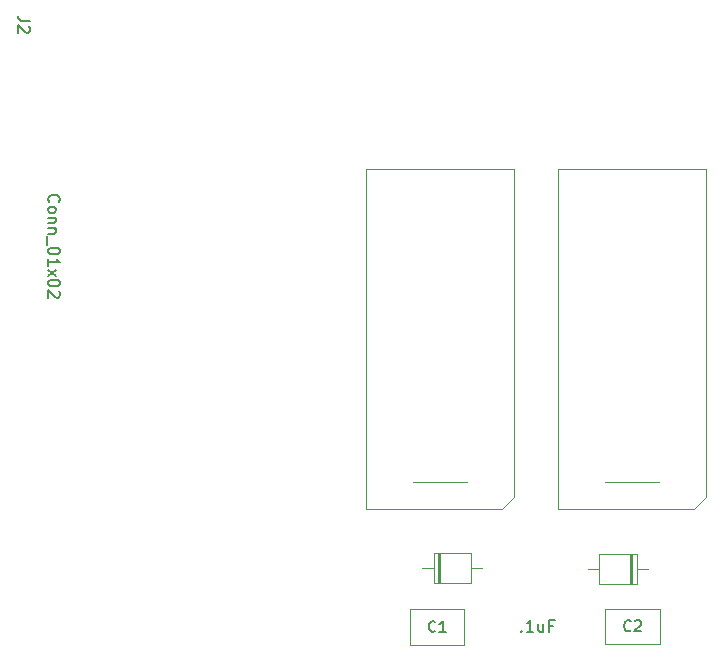
<source format=gbr>
%TF.GenerationSoftware,KiCad,Pcbnew,7.0.7+dfsg-1*%
%TF.CreationDate,2023-09-26T20:47:21-04:00*%
%TF.ProjectId,Relaybox,52656c61-7962-46f7-982e-6b696361645f,v1*%
%TF.SameCoordinates,Original*%
%TF.FileFunction,AssemblyDrawing,Top*%
%FSLAX46Y46*%
G04 Gerber Fmt 4.6, Leading zero omitted, Abs format (unit mm)*
G04 Created by KiCad (PCBNEW 7.0.7+dfsg-1) date 2023-09-26 20:47:21*
%MOMM*%
%LPD*%
G01*
G04 APERTURE LIST*
%ADD10C,0.150000*%
%ADD11C,0.138000*%
%ADD12C,0.100000*%
G04 APERTURE END LIST*
D10*
X115542857Y-121409580D02*
X115590476Y-121457200D01*
X115590476Y-121457200D02*
X115542857Y-121504819D01*
X115542857Y-121504819D02*
X115495238Y-121457200D01*
X115495238Y-121457200D02*
X115542857Y-121409580D01*
X115542857Y-121409580D02*
X115542857Y-121504819D01*
X116542856Y-121504819D02*
X115971428Y-121504819D01*
X116257142Y-121504819D02*
X116257142Y-120504819D01*
X116257142Y-120504819D02*
X116161904Y-120647676D01*
X116161904Y-120647676D02*
X116066666Y-120742914D01*
X116066666Y-120742914D02*
X115971428Y-120790533D01*
X117399999Y-120838152D02*
X117399999Y-121504819D01*
X116971428Y-120838152D02*
X116971428Y-121361961D01*
X116971428Y-121361961D02*
X117019047Y-121457200D01*
X117019047Y-121457200D02*
X117114285Y-121504819D01*
X117114285Y-121504819D02*
X117257142Y-121504819D01*
X117257142Y-121504819D02*
X117352380Y-121457200D01*
X117352380Y-121457200D02*
X117399999Y-121409580D01*
X118209523Y-120981009D02*
X117876190Y-120981009D01*
X117876190Y-121504819D02*
X117876190Y-120504819D01*
X117876190Y-120504819D02*
X118352380Y-120504819D01*
D11*
X124796666Y-121380814D02*
X124752857Y-121424624D01*
X124752857Y-121424624D02*
X124621428Y-121468433D01*
X124621428Y-121468433D02*
X124533809Y-121468433D01*
X124533809Y-121468433D02*
X124402381Y-121424624D01*
X124402381Y-121424624D02*
X124314762Y-121337004D01*
X124314762Y-121337004D02*
X124270952Y-121249385D01*
X124270952Y-121249385D02*
X124227143Y-121074147D01*
X124227143Y-121074147D02*
X124227143Y-120942719D01*
X124227143Y-120942719D02*
X124270952Y-120767481D01*
X124270952Y-120767481D02*
X124314762Y-120679862D01*
X124314762Y-120679862D02*
X124402381Y-120592243D01*
X124402381Y-120592243D02*
X124533809Y-120548433D01*
X124533809Y-120548433D02*
X124621428Y-120548433D01*
X124621428Y-120548433D02*
X124752857Y-120592243D01*
X124752857Y-120592243D02*
X124796666Y-120636052D01*
X125147143Y-120636052D02*
X125190952Y-120592243D01*
X125190952Y-120592243D02*
X125278571Y-120548433D01*
X125278571Y-120548433D02*
X125497619Y-120548433D01*
X125497619Y-120548433D02*
X125585238Y-120592243D01*
X125585238Y-120592243D02*
X125629047Y-120636052D01*
X125629047Y-120636052D02*
X125672857Y-120723671D01*
X125672857Y-120723671D02*
X125672857Y-120811290D01*
X125672857Y-120811290D02*
X125629047Y-120942719D01*
X125629047Y-120942719D02*
X125103333Y-121468433D01*
X125103333Y-121468433D02*
X125672857Y-121468433D01*
D10*
X75562919Y-85123904D02*
X75515300Y-85076285D01*
X75515300Y-85076285D02*
X75467680Y-84933428D01*
X75467680Y-84933428D02*
X75467680Y-84838190D01*
X75467680Y-84838190D02*
X75515300Y-84695333D01*
X75515300Y-84695333D02*
X75610538Y-84600095D01*
X75610538Y-84600095D02*
X75705776Y-84552476D01*
X75705776Y-84552476D02*
X75896252Y-84504857D01*
X75896252Y-84504857D02*
X76039109Y-84504857D01*
X76039109Y-84504857D02*
X76229585Y-84552476D01*
X76229585Y-84552476D02*
X76324823Y-84600095D01*
X76324823Y-84600095D02*
X76420061Y-84695333D01*
X76420061Y-84695333D02*
X76467680Y-84838190D01*
X76467680Y-84838190D02*
X76467680Y-84933428D01*
X76467680Y-84933428D02*
X76420061Y-85076285D01*
X76420061Y-85076285D02*
X76372442Y-85123904D01*
X75467680Y-85695333D02*
X75515300Y-85600095D01*
X75515300Y-85600095D02*
X75562919Y-85552476D01*
X75562919Y-85552476D02*
X75658157Y-85504857D01*
X75658157Y-85504857D02*
X75943871Y-85504857D01*
X75943871Y-85504857D02*
X76039109Y-85552476D01*
X76039109Y-85552476D02*
X76086728Y-85600095D01*
X76086728Y-85600095D02*
X76134347Y-85695333D01*
X76134347Y-85695333D02*
X76134347Y-85838190D01*
X76134347Y-85838190D02*
X76086728Y-85933428D01*
X76086728Y-85933428D02*
X76039109Y-85981047D01*
X76039109Y-85981047D02*
X75943871Y-86028666D01*
X75943871Y-86028666D02*
X75658157Y-86028666D01*
X75658157Y-86028666D02*
X75562919Y-85981047D01*
X75562919Y-85981047D02*
X75515300Y-85933428D01*
X75515300Y-85933428D02*
X75467680Y-85838190D01*
X75467680Y-85838190D02*
X75467680Y-85695333D01*
X76134347Y-86457238D02*
X75467680Y-86457238D01*
X76039109Y-86457238D02*
X76086728Y-86504857D01*
X76086728Y-86504857D02*
X76134347Y-86600095D01*
X76134347Y-86600095D02*
X76134347Y-86742952D01*
X76134347Y-86742952D02*
X76086728Y-86838190D01*
X76086728Y-86838190D02*
X75991490Y-86885809D01*
X75991490Y-86885809D02*
X75467680Y-86885809D01*
X76134347Y-87362000D02*
X75467680Y-87362000D01*
X76039109Y-87362000D02*
X76086728Y-87409619D01*
X76086728Y-87409619D02*
X76134347Y-87504857D01*
X76134347Y-87504857D02*
X76134347Y-87647714D01*
X76134347Y-87647714D02*
X76086728Y-87742952D01*
X76086728Y-87742952D02*
X75991490Y-87790571D01*
X75991490Y-87790571D02*
X75467680Y-87790571D01*
X75372442Y-88028667D02*
X75372442Y-88790571D01*
X76467680Y-89219143D02*
X76467680Y-89314381D01*
X76467680Y-89314381D02*
X76420061Y-89409619D01*
X76420061Y-89409619D02*
X76372442Y-89457238D01*
X76372442Y-89457238D02*
X76277204Y-89504857D01*
X76277204Y-89504857D02*
X76086728Y-89552476D01*
X76086728Y-89552476D02*
X75848633Y-89552476D01*
X75848633Y-89552476D02*
X75658157Y-89504857D01*
X75658157Y-89504857D02*
X75562919Y-89457238D01*
X75562919Y-89457238D02*
X75515300Y-89409619D01*
X75515300Y-89409619D02*
X75467680Y-89314381D01*
X75467680Y-89314381D02*
X75467680Y-89219143D01*
X75467680Y-89219143D02*
X75515300Y-89123905D01*
X75515300Y-89123905D02*
X75562919Y-89076286D01*
X75562919Y-89076286D02*
X75658157Y-89028667D01*
X75658157Y-89028667D02*
X75848633Y-88981048D01*
X75848633Y-88981048D02*
X76086728Y-88981048D01*
X76086728Y-88981048D02*
X76277204Y-89028667D01*
X76277204Y-89028667D02*
X76372442Y-89076286D01*
X76372442Y-89076286D02*
X76420061Y-89123905D01*
X76420061Y-89123905D02*
X76467680Y-89219143D01*
X75467680Y-90504857D02*
X75467680Y-89933429D01*
X75467680Y-90219143D02*
X76467680Y-90219143D01*
X76467680Y-90219143D02*
X76324823Y-90123905D01*
X76324823Y-90123905D02*
X76229585Y-90028667D01*
X76229585Y-90028667D02*
X76181966Y-89933429D01*
X75467680Y-90838191D02*
X76134347Y-91362000D01*
X76134347Y-90838191D02*
X75467680Y-91362000D01*
X76467680Y-91933429D02*
X76467680Y-92028667D01*
X76467680Y-92028667D02*
X76420061Y-92123905D01*
X76420061Y-92123905D02*
X76372442Y-92171524D01*
X76372442Y-92171524D02*
X76277204Y-92219143D01*
X76277204Y-92219143D02*
X76086728Y-92266762D01*
X76086728Y-92266762D02*
X75848633Y-92266762D01*
X75848633Y-92266762D02*
X75658157Y-92219143D01*
X75658157Y-92219143D02*
X75562919Y-92171524D01*
X75562919Y-92171524D02*
X75515300Y-92123905D01*
X75515300Y-92123905D02*
X75467680Y-92028667D01*
X75467680Y-92028667D02*
X75467680Y-91933429D01*
X75467680Y-91933429D02*
X75515300Y-91838191D01*
X75515300Y-91838191D02*
X75562919Y-91790572D01*
X75562919Y-91790572D02*
X75658157Y-91742953D01*
X75658157Y-91742953D02*
X75848633Y-91695334D01*
X75848633Y-91695334D02*
X76086728Y-91695334D01*
X76086728Y-91695334D02*
X76277204Y-91742953D01*
X76277204Y-91742953D02*
X76372442Y-91790572D01*
X76372442Y-91790572D02*
X76420061Y-91838191D01*
X76420061Y-91838191D02*
X76467680Y-91933429D01*
X76372442Y-92647715D02*
X76420061Y-92695334D01*
X76420061Y-92695334D02*
X76467680Y-92790572D01*
X76467680Y-92790572D02*
X76467680Y-93028667D01*
X76467680Y-93028667D02*
X76420061Y-93123905D01*
X76420061Y-93123905D02*
X76372442Y-93171524D01*
X76372442Y-93171524D02*
X76277204Y-93219143D01*
X76277204Y-93219143D02*
X76181966Y-93219143D01*
X76181966Y-93219143D02*
X76039109Y-93171524D01*
X76039109Y-93171524D02*
X75467680Y-92600096D01*
X75467680Y-92600096D02*
X75467680Y-93219143D01*
X73927680Y-69796166D02*
X73213395Y-69796166D01*
X73213395Y-69796166D02*
X73070538Y-69748547D01*
X73070538Y-69748547D02*
X72975300Y-69653309D01*
X72975300Y-69653309D02*
X72927680Y-69510452D01*
X72927680Y-69510452D02*
X72927680Y-69415214D01*
X73832442Y-70224738D02*
X73880061Y-70272357D01*
X73880061Y-70272357D02*
X73927680Y-70367595D01*
X73927680Y-70367595D02*
X73927680Y-70605690D01*
X73927680Y-70605690D02*
X73880061Y-70700928D01*
X73880061Y-70700928D02*
X73832442Y-70748547D01*
X73832442Y-70748547D02*
X73737204Y-70796166D01*
X73737204Y-70796166D02*
X73641966Y-70796166D01*
X73641966Y-70796166D02*
X73499109Y-70748547D01*
X73499109Y-70748547D02*
X72927680Y-70177119D01*
X72927680Y-70177119D02*
X72927680Y-70796166D01*
D11*
X108246666Y-121430814D02*
X108202857Y-121474624D01*
X108202857Y-121474624D02*
X108071428Y-121518433D01*
X108071428Y-121518433D02*
X107983809Y-121518433D01*
X107983809Y-121518433D02*
X107852381Y-121474624D01*
X107852381Y-121474624D02*
X107764762Y-121387004D01*
X107764762Y-121387004D02*
X107720952Y-121299385D01*
X107720952Y-121299385D02*
X107677143Y-121124147D01*
X107677143Y-121124147D02*
X107677143Y-120992719D01*
X107677143Y-120992719D02*
X107720952Y-120817481D01*
X107720952Y-120817481D02*
X107764762Y-120729862D01*
X107764762Y-120729862D02*
X107852381Y-120642243D01*
X107852381Y-120642243D02*
X107983809Y-120598433D01*
X107983809Y-120598433D02*
X108071428Y-120598433D01*
X108071428Y-120598433D02*
X108202857Y-120642243D01*
X108202857Y-120642243D02*
X108246666Y-120686052D01*
X109122857Y-121518433D02*
X108597143Y-121518433D01*
X108860000Y-121518433D02*
X108860000Y-120598433D01*
X108860000Y-120598433D02*
X108772381Y-120729862D01*
X108772381Y-120729862D02*
X108684762Y-120817481D01*
X108684762Y-120817481D02*
X108597143Y-120861290D01*
D12*
%TO.C,C2*%
X122650000Y-119550000D02*
X122650000Y-122550000D01*
X122650000Y-122550000D02*
X127250000Y-122550000D01*
X127250000Y-119550000D02*
X122650000Y-119550000D01*
X127250000Y-122550000D02*
X127250000Y-119550000D01*
%TO.C,K2*%
X131150000Y-110100000D02*
X131150000Y-82300000D01*
X131150000Y-82300000D02*
X118650000Y-82300000D01*
X130150000Y-111100000D02*
X131150000Y-110100000D01*
X127150000Y-108800000D02*
X122650000Y-108800000D01*
X118650000Y-111100000D02*
X130150000Y-111100000D01*
X118650000Y-82300000D02*
X118650000Y-111100000D01*
%TO.C,D1*%
X107160000Y-116100000D02*
X108100000Y-116100000D01*
X108100000Y-114800000D02*
X108100000Y-117400000D01*
X108100000Y-117400000D02*
X111300000Y-117400000D01*
X108480000Y-114800000D02*
X108480000Y-117400000D01*
X108580000Y-114800000D02*
X108580000Y-117400000D01*
X108680000Y-114800000D02*
X108680000Y-117400000D01*
X111300000Y-114800000D02*
X108100000Y-114800000D01*
X111300000Y-117400000D02*
X111300000Y-114800000D01*
X112240000Y-116100000D02*
X111300000Y-116100000D01*
%TO.C,C1*%
X110700000Y-122600000D02*
X110700000Y-119600000D01*
X110700000Y-119600000D02*
X106100000Y-119600000D01*
X106100000Y-122600000D02*
X110700000Y-122600000D01*
X106100000Y-119600000D02*
X106100000Y-122600000D01*
%TO.C,D2*%
X126240000Y-116200000D02*
X125300000Y-116200000D01*
X125300000Y-117500000D02*
X125300000Y-114900000D01*
X125300000Y-114900000D02*
X122100000Y-114900000D01*
X124920000Y-117500000D02*
X124920000Y-114900000D01*
X124820000Y-117500000D02*
X124820000Y-114900000D01*
X124720000Y-117500000D02*
X124720000Y-114900000D01*
X122100000Y-117500000D02*
X125300000Y-117500000D01*
X122100000Y-114900000D02*
X122100000Y-117500000D01*
X121160000Y-116200000D02*
X122100000Y-116200000D01*
%TO.C,K1*%
X114900000Y-110100000D02*
X114900000Y-82300000D01*
X114900000Y-82300000D02*
X102400000Y-82300000D01*
X113900000Y-111100000D02*
X114900000Y-110100000D01*
X110900000Y-108800000D02*
X106400000Y-108800000D01*
X102400000Y-111100000D02*
X113900000Y-111100000D01*
X102400000Y-82300000D02*
X102400000Y-111100000D01*
%TD*%
M02*

</source>
